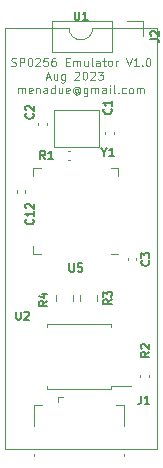
<source format=gbr>
G04 #@! TF.GenerationSoftware,KiCad,Pcbnew,5.1.5+dfsg1-2build2*
G04 #@! TF.CreationDate,2023-08-25T20:20:15+01:00*
G04 #@! TF.ProjectId,pico-sp0256,7069636f-2d73-4703-9032-35362e6b6963,rev?*
G04 #@! TF.SameCoordinates,Original*
G04 #@! TF.FileFunction,Legend,Top*
G04 #@! TF.FilePolarity,Positive*
%FSLAX46Y46*%
G04 Gerber Fmt 4.6, Leading zero omitted, Abs format (unit mm)*
G04 Created by KiCad (PCBNEW 5.1.5+dfsg1-2build2) date 2023-08-25 20:20:15*
%MOMM*%
%LPD*%
G04 APERTURE LIST*
%ADD10C,0.100000*%
%ADD11C,0.120000*%
%ADD12C,0.150000*%
G04 APERTURE END LIST*
D10*
X75904666Y-71396333D02*
X76004666Y-71429666D01*
X76171333Y-71429666D01*
X76238000Y-71396333D01*
X76271333Y-71363000D01*
X76304666Y-71296333D01*
X76304666Y-71229666D01*
X76271333Y-71163000D01*
X76238000Y-71129666D01*
X76171333Y-71096333D01*
X76038000Y-71063000D01*
X75971333Y-71029666D01*
X75938000Y-70996333D01*
X75904666Y-70929666D01*
X75904666Y-70863000D01*
X75938000Y-70796333D01*
X75971333Y-70763000D01*
X76038000Y-70729666D01*
X76204666Y-70729666D01*
X76304666Y-70763000D01*
X76604666Y-71429666D02*
X76604666Y-70729666D01*
X76871333Y-70729666D01*
X76938000Y-70763000D01*
X76971333Y-70796333D01*
X77004666Y-70863000D01*
X77004666Y-70963000D01*
X76971333Y-71029666D01*
X76938000Y-71063000D01*
X76871333Y-71096333D01*
X76604666Y-71096333D01*
X77438000Y-70729666D02*
X77504666Y-70729666D01*
X77571333Y-70763000D01*
X77604666Y-70796333D01*
X77638000Y-70863000D01*
X77671333Y-70996333D01*
X77671333Y-71163000D01*
X77638000Y-71296333D01*
X77604666Y-71363000D01*
X77571333Y-71396333D01*
X77504666Y-71429666D01*
X77438000Y-71429666D01*
X77371333Y-71396333D01*
X77338000Y-71363000D01*
X77304666Y-71296333D01*
X77271333Y-71163000D01*
X77271333Y-70996333D01*
X77304666Y-70863000D01*
X77338000Y-70796333D01*
X77371333Y-70763000D01*
X77438000Y-70729666D01*
X77938000Y-70796333D02*
X77971333Y-70763000D01*
X78038000Y-70729666D01*
X78204666Y-70729666D01*
X78271333Y-70763000D01*
X78304666Y-70796333D01*
X78338000Y-70863000D01*
X78338000Y-70929666D01*
X78304666Y-71029666D01*
X77904666Y-71429666D01*
X78338000Y-71429666D01*
X78971333Y-70729666D02*
X78638000Y-70729666D01*
X78604666Y-71063000D01*
X78638000Y-71029666D01*
X78704666Y-70996333D01*
X78871333Y-70996333D01*
X78938000Y-71029666D01*
X78971333Y-71063000D01*
X79004666Y-71129666D01*
X79004666Y-71296333D01*
X78971333Y-71363000D01*
X78938000Y-71396333D01*
X78871333Y-71429666D01*
X78704666Y-71429666D01*
X78638000Y-71396333D01*
X78604666Y-71363000D01*
X79604666Y-70729666D02*
X79471333Y-70729666D01*
X79404666Y-70763000D01*
X79371333Y-70796333D01*
X79304666Y-70896333D01*
X79271333Y-71029666D01*
X79271333Y-71296333D01*
X79304666Y-71363000D01*
X79338000Y-71396333D01*
X79404666Y-71429666D01*
X79538000Y-71429666D01*
X79604666Y-71396333D01*
X79638000Y-71363000D01*
X79671333Y-71296333D01*
X79671333Y-71129666D01*
X79638000Y-71063000D01*
X79604666Y-71029666D01*
X79538000Y-70996333D01*
X79404666Y-70996333D01*
X79338000Y-71029666D01*
X79304666Y-71063000D01*
X79271333Y-71129666D01*
X80504666Y-71063000D02*
X80738000Y-71063000D01*
X80838000Y-71429666D02*
X80504666Y-71429666D01*
X80504666Y-70729666D01*
X80838000Y-70729666D01*
X81138000Y-71429666D02*
X81138000Y-70963000D01*
X81138000Y-71029666D02*
X81171333Y-70996333D01*
X81238000Y-70963000D01*
X81338000Y-70963000D01*
X81404666Y-70996333D01*
X81438000Y-71063000D01*
X81438000Y-71429666D01*
X81438000Y-71063000D02*
X81471333Y-70996333D01*
X81538000Y-70963000D01*
X81638000Y-70963000D01*
X81704666Y-70996333D01*
X81738000Y-71063000D01*
X81738000Y-71429666D01*
X82371333Y-70963000D02*
X82371333Y-71429666D01*
X82071333Y-70963000D02*
X82071333Y-71329666D01*
X82104666Y-71396333D01*
X82171333Y-71429666D01*
X82271333Y-71429666D01*
X82338000Y-71396333D01*
X82371333Y-71363000D01*
X82804666Y-71429666D02*
X82738000Y-71396333D01*
X82704666Y-71329666D01*
X82704666Y-70729666D01*
X83371333Y-71429666D02*
X83371333Y-71063000D01*
X83338000Y-70996333D01*
X83271333Y-70963000D01*
X83138000Y-70963000D01*
X83071333Y-70996333D01*
X83371333Y-71396333D02*
X83304666Y-71429666D01*
X83138000Y-71429666D01*
X83071333Y-71396333D01*
X83038000Y-71329666D01*
X83038000Y-71263000D01*
X83071333Y-71196333D01*
X83138000Y-71163000D01*
X83304666Y-71163000D01*
X83371333Y-71129666D01*
X83604666Y-70963000D02*
X83871333Y-70963000D01*
X83704666Y-70729666D02*
X83704666Y-71329666D01*
X83738000Y-71396333D01*
X83804666Y-71429666D01*
X83871333Y-71429666D01*
X84204666Y-71429666D02*
X84138000Y-71396333D01*
X84104666Y-71363000D01*
X84071333Y-71296333D01*
X84071333Y-71096333D01*
X84104666Y-71029666D01*
X84138000Y-70996333D01*
X84204666Y-70963000D01*
X84304666Y-70963000D01*
X84371333Y-70996333D01*
X84404666Y-71029666D01*
X84438000Y-71096333D01*
X84438000Y-71296333D01*
X84404666Y-71363000D01*
X84371333Y-71396333D01*
X84304666Y-71429666D01*
X84204666Y-71429666D01*
X84738000Y-71429666D02*
X84738000Y-70963000D01*
X84738000Y-71096333D02*
X84771333Y-71029666D01*
X84804666Y-70996333D01*
X84871333Y-70963000D01*
X84938000Y-70963000D01*
X85604666Y-70729666D02*
X85838000Y-71429666D01*
X86071333Y-70729666D01*
X86671333Y-71429666D02*
X86271333Y-71429666D01*
X86471333Y-71429666D02*
X86471333Y-70729666D01*
X86404666Y-70829666D01*
X86338000Y-70896333D01*
X86271333Y-70929666D01*
X86971333Y-71363000D02*
X87004666Y-71396333D01*
X86971333Y-71429666D01*
X86938000Y-71396333D01*
X86971333Y-71363000D01*
X86971333Y-71429666D01*
X87438000Y-70729666D02*
X87504666Y-70729666D01*
X87571333Y-70763000D01*
X87604666Y-70796333D01*
X87638000Y-70863000D01*
X87671333Y-70996333D01*
X87671333Y-71163000D01*
X87638000Y-71296333D01*
X87604666Y-71363000D01*
X87571333Y-71396333D01*
X87504666Y-71429666D01*
X87438000Y-71429666D01*
X87371333Y-71396333D01*
X87338000Y-71363000D01*
X87304666Y-71296333D01*
X87271333Y-71163000D01*
X87271333Y-70996333D01*
X87304666Y-70863000D01*
X87338000Y-70796333D01*
X87371333Y-70763000D01*
X87438000Y-70729666D01*
X78854666Y-72379666D02*
X79188000Y-72379666D01*
X78788000Y-72579666D02*
X79021333Y-71879666D01*
X79254666Y-72579666D01*
X79788000Y-72113000D02*
X79788000Y-72579666D01*
X79488000Y-72113000D02*
X79488000Y-72479666D01*
X79521333Y-72546333D01*
X79588000Y-72579666D01*
X79688000Y-72579666D01*
X79754666Y-72546333D01*
X79788000Y-72513000D01*
X80421333Y-72113000D02*
X80421333Y-72679666D01*
X80388000Y-72746333D01*
X80354666Y-72779666D01*
X80288000Y-72813000D01*
X80188000Y-72813000D01*
X80121333Y-72779666D01*
X80421333Y-72546333D02*
X80354666Y-72579666D01*
X80221333Y-72579666D01*
X80154666Y-72546333D01*
X80121333Y-72513000D01*
X80088000Y-72446333D01*
X80088000Y-72246333D01*
X80121333Y-72179666D01*
X80154666Y-72146333D01*
X80221333Y-72113000D01*
X80354666Y-72113000D01*
X80421333Y-72146333D01*
X81254666Y-71946333D02*
X81288000Y-71913000D01*
X81354666Y-71879666D01*
X81521333Y-71879666D01*
X81588000Y-71913000D01*
X81621333Y-71946333D01*
X81654666Y-72013000D01*
X81654666Y-72079666D01*
X81621333Y-72179666D01*
X81221333Y-72579666D01*
X81654666Y-72579666D01*
X82088000Y-71879666D02*
X82154666Y-71879666D01*
X82221333Y-71913000D01*
X82254666Y-71946333D01*
X82288000Y-72013000D01*
X82321333Y-72146333D01*
X82321333Y-72313000D01*
X82288000Y-72446333D01*
X82254666Y-72513000D01*
X82221333Y-72546333D01*
X82154666Y-72579666D01*
X82088000Y-72579666D01*
X82021333Y-72546333D01*
X81988000Y-72513000D01*
X81954666Y-72446333D01*
X81921333Y-72313000D01*
X81921333Y-72146333D01*
X81954666Y-72013000D01*
X81988000Y-71946333D01*
X82021333Y-71913000D01*
X82088000Y-71879666D01*
X82588000Y-71946333D02*
X82621333Y-71913000D01*
X82688000Y-71879666D01*
X82854666Y-71879666D01*
X82921333Y-71913000D01*
X82954666Y-71946333D01*
X82988000Y-72013000D01*
X82988000Y-72079666D01*
X82954666Y-72179666D01*
X82554666Y-72579666D01*
X82988000Y-72579666D01*
X83221333Y-71879666D02*
X83654666Y-71879666D01*
X83421333Y-72146333D01*
X83521333Y-72146333D01*
X83588000Y-72179666D01*
X83621333Y-72213000D01*
X83654666Y-72279666D01*
X83654666Y-72446333D01*
X83621333Y-72513000D01*
X83588000Y-72546333D01*
X83521333Y-72579666D01*
X83321333Y-72579666D01*
X83254666Y-72546333D01*
X83221333Y-72513000D01*
X76471333Y-73729666D02*
X76471333Y-73263000D01*
X76471333Y-73329666D02*
X76504666Y-73296333D01*
X76571333Y-73263000D01*
X76671333Y-73263000D01*
X76738000Y-73296333D01*
X76771333Y-73363000D01*
X76771333Y-73729666D01*
X76771333Y-73363000D02*
X76804666Y-73296333D01*
X76871333Y-73263000D01*
X76971333Y-73263000D01*
X77038000Y-73296333D01*
X77071333Y-73363000D01*
X77071333Y-73729666D01*
X77671333Y-73696333D02*
X77604666Y-73729666D01*
X77471333Y-73729666D01*
X77404666Y-73696333D01*
X77371333Y-73629666D01*
X77371333Y-73363000D01*
X77404666Y-73296333D01*
X77471333Y-73263000D01*
X77604666Y-73263000D01*
X77671333Y-73296333D01*
X77704666Y-73363000D01*
X77704666Y-73429666D01*
X77371333Y-73496333D01*
X78004666Y-73263000D02*
X78004666Y-73729666D01*
X78004666Y-73329666D02*
X78038000Y-73296333D01*
X78104666Y-73263000D01*
X78204666Y-73263000D01*
X78271333Y-73296333D01*
X78304666Y-73363000D01*
X78304666Y-73729666D01*
X78938000Y-73729666D02*
X78938000Y-73363000D01*
X78904666Y-73296333D01*
X78838000Y-73263000D01*
X78704666Y-73263000D01*
X78638000Y-73296333D01*
X78938000Y-73696333D02*
X78871333Y-73729666D01*
X78704666Y-73729666D01*
X78638000Y-73696333D01*
X78604666Y-73629666D01*
X78604666Y-73563000D01*
X78638000Y-73496333D01*
X78704666Y-73463000D01*
X78871333Y-73463000D01*
X78938000Y-73429666D01*
X79571333Y-73729666D02*
X79571333Y-73029666D01*
X79571333Y-73696333D02*
X79504666Y-73729666D01*
X79371333Y-73729666D01*
X79304666Y-73696333D01*
X79271333Y-73663000D01*
X79238000Y-73596333D01*
X79238000Y-73396333D01*
X79271333Y-73329666D01*
X79304666Y-73296333D01*
X79371333Y-73263000D01*
X79504666Y-73263000D01*
X79571333Y-73296333D01*
X80204666Y-73263000D02*
X80204666Y-73729666D01*
X79904666Y-73263000D02*
X79904666Y-73629666D01*
X79938000Y-73696333D01*
X80004666Y-73729666D01*
X80104666Y-73729666D01*
X80171333Y-73696333D01*
X80204666Y-73663000D01*
X80804666Y-73696333D02*
X80738000Y-73729666D01*
X80604666Y-73729666D01*
X80538000Y-73696333D01*
X80504666Y-73629666D01*
X80504666Y-73363000D01*
X80538000Y-73296333D01*
X80604666Y-73263000D01*
X80738000Y-73263000D01*
X80804666Y-73296333D01*
X80838000Y-73363000D01*
X80838000Y-73429666D01*
X80504666Y-73496333D01*
X81571333Y-73396333D02*
X81538000Y-73363000D01*
X81471333Y-73329666D01*
X81404666Y-73329666D01*
X81338000Y-73363000D01*
X81304666Y-73396333D01*
X81271333Y-73463000D01*
X81271333Y-73529666D01*
X81304666Y-73596333D01*
X81338000Y-73629666D01*
X81404666Y-73663000D01*
X81471333Y-73663000D01*
X81538000Y-73629666D01*
X81571333Y-73596333D01*
X81571333Y-73329666D02*
X81571333Y-73596333D01*
X81604666Y-73629666D01*
X81638000Y-73629666D01*
X81704666Y-73596333D01*
X81738000Y-73529666D01*
X81738000Y-73363000D01*
X81671333Y-73263000D01*
X81571333Y-73196333D01*
X81438000Y-73163000D01*
X81304666Y-73196333D01*
X81204666Y-73263000D01*
X81138000Y-73363000D01*
X81104666Y-73496333D01*
X81138000Y-73629666D01*
X81204666Y-73729666D01*
X81304666Y-73796333D01*
X81438000Y-73829666D01*
X81571333Y-73796333D01*
X81671333Y-73729666D01*
X82338000Y-73263000D02*
X82338000Y-73829666D01*
X82304666Y-73896333D01*
X82271333Y-73929666D01*
X82204666Y-73963000D01*
X82104666Y-73963000D01*
X82038000Y-73929666D01*
X82338000Y-73696333D02*
X82271333Y-73729666D01*
X82138000Y-73729666D01*
X82071333Y-73696333D01*
X82038000Y-73663000D01*
X82004666Y-73596333D01*
X82004666Y-73396333D01*
X82038000Y-73329666D01*
X82071333Y-73296333D01*
X82138000Y-73263000D01*
X82271333Y-73263000D01*
X82338000Y-73296333D01*
X82671333Y-73729666D02*
X82671333Y-73263000D01*
X82671333Y-73329666D02*
X82704666Y-73296333D01*
X82771333Y-73263000D01*
X82871333Y-73263000D01*
X82938000Y-73296333D01*
X82971333Y-73363000D01*
X82971333Y-73729666D01*
X82971333Y-73363000D02*
X83004666Y-73296333D01*
X83071333Y-73263000D01*
X83171333Y-73263000D01*
X83238000Y-73296333D01*
X83271333Y-73363000D01*
X83271333Y-73729666D01*
X83904666Y-73729666D02*
X83904666Y-73363000D01*
X83871333Y-73296333D01*
X83804666Y-73263000D01*
X83671333Y-73263000D01*
X83604666Y-73296333D01*
X83904666Y-73696333D02*
X83838000Y-73729666D01*
X83671333Y-73729666D01*
X83604666Y-73696333D01*
X83571333Y-73629666D01*
X83571333Y-73563000D01*
X83604666Y-73496333D01*
X83671333Y-73463000D01*
X83838000Y-73463000D01*
X83904666Y-73429666D01*
X84238000Y-73729666D02*
X84238000Y-73263000D01*
X84238000Y-73029666D02*
X84204666Y-73063000D01*
X84238000Y-73096333D01*
X84271333Y-73063000D01*
X84238000Y-73029666D01*
X84238000Y-73096333D01*
X84671333Y-73729666D02*
X84604666Y-73696333D01*
X84571333Y-73629666D01*
X84571333Y-73029666D01*
X84938000Y-73663000D02*
X84971333Y-73696333D01*
X84938000Y-73729666D01*
X84904666Y-73696333D01*
X84938000Y-73663000D01*
X84938000Y-73729666D01*
X85571333Y-73696333D02*
X85504666Y-73729666D01*
X85371333Y-73729666D01*
X85304666Y-73696333D01*
X85271333Y-73663000D01*
X85238000Y-73596333D01*
X85238000Y-73396333D01*
X85271333Y-73329666D01*
X85304666Y-73296333D01*
X85371333Y-73263000D01*
X85504666Y-73263000D01*
X85571333Y-73296333D01*
X85971333Y-73729666D02*
X85904666Y-73696333D01*
X85871333Y-73663000D01*
X85838000Y-73596333D01*
X85838000Y-73396333D01*
X85871333Y-73329666D01*
X85904666Y-73296333D01*
X85971333Y-73263000D01*
X86071333Y-73263000D01*
X86138000Y-73296333D01*
X86171333Y-73329666D01*
X86204666Y-73396333D01*
X86204666Y-73596333D01*
X86171333Y-73663000D01*
X86138000Y-73696333D01*
X86071333Y-73729666D01*
X85971333Y-73729666D01*
X86504666Y-73729666D02*
X86504666Y-73263000D01*
X86504666Y-73329666D02*
X86538000Y-73296333D01*
X86604666Y-73263000D01*
X86704666Y-73263000D01*
X86771333Y-73296333D01*
X86804666Y-73363000D01*
X86804666Y-73729666D01*
X86804666Y-73363000D02*
X86838000Y-73296333D01*
X86904666Y-73263000D01*
X87004666Y-73263000D01*
X87071333Y-73296333D01*
X87104666Y-73363000D01*
X87104666Y-73729666D01*
D11*
X79656000Y-90831936D02*
X79656000Y-91286064D01*
X81126000Y-90831936D02*
X81126000Y-91286064D01*
X81688000Y-90831936D02*
X81688000Y-91286064D01*
X83158000Y-90831936D02*
X83158000Y-91286064D01*
X83344500Y-75163000D02*
X83334500Y-78313000D01*
X79514500Y-75143000D02*
X83344500Y-75143000D01*
X79514500Y-78313000D02*
X79514500Y-75143000D01*
X83334500Y-78313000D02*
X79514500Y-78313000D01*
X88243501Y-68190001D02*
X82783501Y-68190001D01*
X88243501Y-103870001D02*
X88243501Y-68190001D01*
X75323501Y-103870001D02*
X88243501Y-103870001D01*
X75323501Y-68190001D02*
X75323501Y-103870001D01*
X80783501Y-68190001D02*
X75323501Y-68190001D01*
X82783501Y-68190001D02*
G75*
G02X80783501Y-68190001I-1000000J0D01*
G01*
X78383500Y-87303000D02*
X77733500Y-87303000D01*
X77733500Y-87303000D02*
X77733500Y-86653000D01*
X84303500Y-80083000D02*
X84953500Y-80083000D01*
X84953500Y-80083000D02*
X84953500Y-80733000D01*
X78383500Y-80083000D02*
X77733500Y-80083000D01*
X77733500Y-80083000D02*
X77733500Y-80733000D01*
X84303500Y-87303000D02*
X84953500Y-87303000D01*
X84322500Y-98477000D02*
X85997500Y-98477000D01*
X84322500Y-98737000D02*
X84322500Y-98477000D01*
X81597500Y-98737000D02*
X84322500Y-98737000D01*
X78872500Y-98737000D02*
X78872500Y-98477000D01*
X81597500Y-98737000D02*
X78872500Y-98737000D01*
X84322500Y-93287000D02*
X84322500Y-93547000D01*
X81597500Y-93287000D02*
X84322500Y-93287000D01*
X78872500Y-93287000D02*
X78872500Y-93547000D01*
X81597500Y-93287000D02*
X78872500Y-93287000D01*
X86825500Y-97555164D02*
X86825500Y-97770836D01*
X87545500Y-97555164D02*
X87545500Y-97770836D01*
X80879836Y-78634000D02*
X80664164Y-78634000D01*
X80879836Y-79354000D02*
X80664164Y-79354000D01*
X87055000Y-67567500D02*
X87055000Y-68897500D01*
X85725000Y-67567500D02*
X87055000Y-67567500D01*
X84455000Y-67567500D02*
X84455000Y-70227500D01*
X84455000Y-70227500D02*
X79315000Y-70227500D01*
X84455000Y-67567500D02*
X79315000Y-67567500D01*
X79315000Y-67567500D02*
X79315000Y-70227500D01*
X79837500Y-99444000D02*
X79837500Y-99834000D01*
X79837500Y-99444000D02*
X80287500Y-99444000D01*
X85407500Y-100144000D02*
X84757500Y-100144000D01*
X85407500Y-101874000D02*
X85407500Y-100144000D01*
X77787500Y-104444000D02*
X77787500Y-104234000D01*
X85407500Y-104444000D02*
X85407500Y-104234000D01*
X77787500Y-101874000D02*
X77787500Y-100144000D01*
X77787500Y-100144000D02*
X78447500Y-100144000D01*
X77068000Y-82149836D02*
X77068000Y-81934164D01*
X76348000Y-82149836D02*
X76348000Y-81934164D01*
X85746000Y-87649164D02*
X85746000Y-87864836D01*
X86466000Y-87649164D02*
X86466000Y-87864836D01*
X78189500Y-76219164D02*
X78189500Y-76434836D01*
X78909500Y-76219164D02*
X78909500Y-76434836D01*
X84561000Y-77196836D02*
X84561000Y-76981164D01*
X83841000Y-77196836D02*
X83841000Y-76981164D01*
D12*
X78929666Y-91302666D02*
X78596333Y-91536000D01*
X78929666Y-91702666D02*
X78229666Y-91702666D01*
X78229666Y-91436000D01*
X78263000Y-91369333D01*
X78296333Y-91336000D01*
X78363000Y-91302666D01*
X78463000Y-91302666D01*
X78529666Y-91336000D01*
X78563000Y-91369333D01*
X78596333Y-91436000D01*
X78596333Y-91702666D01*
X78463000Y-90702666D02*
X78929666Y-90702666D01*
X78196333Y-90869333D02*
X78696333Y-91036000D01*
X78696333Y-90602666D01*
X84389666Y-91175666D02*
X84056333Y-91409000D01*
X84389666Y-91575666D02*
X83689666Y-91575666D01*
X83689666Y-91309000D01*
X83723000Y-91242333D01*
X83756333Y-91209000D01*
X83823000Y-91175666D01*
X83923000Y-91175666D01*
X83989666Y-91209000D01*
X84023000Y-91242333D01*
X84056333Y-91309000D01*
X84056333Y-91575666D01*
X83689666Y-90942333D02*
X83689666Y-90509000D01*
X83956333Y-90742333D01*
X83956333Y-90642333D01*
X83989666Y-90575666D01*
X84023000Y-90542333D01*
X84089666Y-90509000D01*
X84256333Y-90509000D01*
X84323000Y-90542333D01*
X84356333Y-90575666D01*
X84389666Y-90642333D01*
X84389666Y-90842333D01*
X84356333Y-90909000D01*
X84323000Y-90942333D01*
X83740666Y-78723333D02*
X83740666Y-79056666D01*
X83507333Y-78356666D02*
X83740666Y-78723333D01*
X83974000Y-78356666D01*
X84574000Y-79056666D02*
X84174000Y-79056666D01*
X84374000Y-79056666D02*
X84374000Y-78356666D01*
X84307333Y-78456666D01*
X84240666Y-78523333D01*
X84174000Y-78556666D01*
X81250167Y-66806667D02*
X81250167Y-67373334D01*
X81283501Y-67440001D01*
X81316834Y-67473334D01*
X81383501Y-67506667D01*
X81516834Y-67506667D01*
X81583501Y-67473334D01*
X81616834Y-67440001D01*
X81650167Y-67373334D01*
X81650167Y-66806667D01*
X82350167Y-67506667D02*
X81950167Y-67506667D01*
X82150167Y-67506667D02*
X82150167Y-66806667D01*
X82083501Y-66906667D01*
X82016834Y-66973334D01*
X81950167Y-67006667D01*
X80810166Y-88129666D02*
X80810166Y-88696333D01*
X80843500Y-88763000D01*
X80876833Y-88796333D01*
X80943500Y-88829666D01*
X81076833Y-88829666D01*
X81143500Y-88796333D01*
X81176833Y-88763000D01*
X81210166Y-88696333D01*
X81210166Y-88129666D01*
X81876833Y-88129666D02*
X81543500Y-88129666D01*
X81510166Y-88463000D01*
X81543500Y-88429666D01*
X81610166Y-88396333D01*
X81776833Y-88396333D01*
X81843500Y-88429666D01*
X81876833Y-88463000D01*
X81910166Y-88529666D01*
X81910166Y-88696333D01*
X81876833Y-88763000D01*
X81843500Y-88796333D01*
X81776833Y-88829666D01*
X81610166Y-88829666D01*
X81543500Y-88796333D01*
X81510166Y-88763000D01*
X76301666Y-92199666D02*
X76301666Y-92766333D01*
X76335000Y-92833000D01*
X76368333Y-92866333D01*
X76435000Y-92899666D01*
X76568333Y-92899666D01*
X76635000Y-92866333D01*
X76668333Y-92833000D01*
X76701666Y-92766333D01*
X76701666Y-92199666D01*
X77001666Y-92266333D02*
X77035000Y-92233000D01*
X77101666Y-92199666D01*
X77268333Y-92199666D01*
X77335000Y-92233000D01*
X77368333Y-92266333D01*
X77401666Y-92333000D01*
X77401666Y-92399666D01*
X77368333Y-92499666D01*
X76968333Y-92899666D01*
X77401666Y-92899666D01*
X87565666Y-95620666D02*
X87232333Y-95854000D01*
X87565666Y-96020666D02*
X86865666Y-96020666D01*
X86865666Y-95754000D01*
X86899000Y-95687333D01*
X86932333Y-95654000D01*
X86999000Y-95620666D01*
X87099000Y-95620666D01*
X87165666Y-95654000D01*
X87199000Y-95687333D01*
X87232333Y-95754000D01*
X87232333Y-96020666D01*
X86932333Y-95354000D02*
X86899000Y-95320666D01*
X86865666Y-95254000D01*
X86865666Y-95087333D01*
X86899000Y-95020666D01*
X86932333Y-94987333D01*
X86999000Y-94954000D01*
X87065666Y-94954000D01*
X87165666Y-94987333D01*
X87565666Y-95387333D01*
X87565666Y-94954000D01*
X78750333Y-79310666D02*
X78517000Y-78977333D01*
X78350333Y-79310666D02*
X78350333Y-78610666D01*
X78617000Y-78610666D01*
X78683666Y-78644000D01*
X78717000Y-78677333D01*
X78750333Y-78744000D01*
X78750333Y-78844000D01*
X78717000Y-78910666D01*
X78683666Y-78944000D01*
X78617000Y-78977333D01*
X78350333Y-78977333D01*
X79417000Y-79310666D02*
X79017000Y-79310666D01*
X79217000Y-79310666D02*
X79217000Y-78610666D01*
X79150333Y-78710666D01*
X79083666Y-78777333D01*
X79017000Y-78810666D01*
X87671666Y-69130833D02*
X88171666Y-69130833D01*
X88271666Y-69164166D01*
X88338333Y-69230833D01*
X88371666Y-69330833D01*
X88371666Y-69397500D01*
X87738333Y-68830833D02*
X87705000Y-68797500D01*
X87671666Y-68730833D01*
X87671666Y-68564166D01*
X87705000Y-68497500D01*
X87738333Y-68464166D01*
X87805000Y-68430833D01*
X87871666Y-68430833D01*
X87971666Y-68464166D01*
X88371666Y-68864166D01*
X88371666Y-68430833D01*
X86888666Y-99311666D02*
X86888666Y-99811666D01*
X86855333Y-99911666D01*
X86788666Y-99978333D01*
X86688666Y-100011666D01*
X86622000Y-100011666D01*
X87588666Y-100011666D02*
X87188666Y-100011666D01*
X87388666Y-100011666D02*
X87388666Y-99311666D01*
X87322000Y-99411666D01*
X87255333Y-99478333D01*
X87188666Y-99511666D01*
X77720000Y-84397000D02*
X77753333Y-84430333D01*
X77786666Y-84530333D01*
X77786666Y-84597000D01*
X77753333Y-84697000D01*
X77686666Y-84763666D01*
X77620000Y-84797000D01*
X77486666Y-84830333D01*
X77386666Y-84830333D01*
X77253333Y-84797000D01*
X77186666Y-84763666D01*
X77120000Y-84697000D01*
X77086666Y-84597000D01*
X77086666Y-84530333D01*
X77120000Y-84430333D01*
X77153333Y-84397000D01*
X77786666Y-83730333D02*
X77786666Y-84130333D01*
X77786666Y-83930333D02*
X77086666Y-83930333D01*
X77186666Y-83997000D01*
X77253333Y-84063666D01*
X77286666Y-84130333D01*
X77153333Y-83463666D02*
X77120000Y-83430333D01*
X77086666Y-83363666D01*
X77086666Y-83197000D01*
X77120000Y-83130333D01*
X77153333Y-83097000D01*
X77220000Y-83063666D01*
X77286666Y-83063666D01*
X77386666Y-83097000D01*
X77786666Y-83497000D01*
X77786666Y-83063666D01*
X87516000Y-87873666D02*
X87549333Y-87907000D01*
X87582666Y-88007000D01*
X87582666Y-88073666D01*
X87549333Y-88173666D01*
X87482666Y-88240333D01*
X87416000Y-88273666D01*
X87282666Y-88307000D01*
X87182666Y-88307000D01*
X87049333Y-88273666D01*
X86982666Y-88240333D01*
X86916000Y-88173666D01*
X86882666Y-88073666D01*
X86882666Y-88007000D01*
X86916000Y-87907000D01*
X86949333Y-87873666D01*
X86882666Y-87640333D02*
X86882666Y-87207000D01*
X87149333Y-87440333D01*
X87149333Y-87340333D01*
X87182666Y-87273666D01*
X87216000Y-87240333D01*
X87282666Y-87207000D01*
X87449333Y-87207000D01*
X87516000Y-87240333D01*
X87549333Y-87273666D01*
X87582666Y-87340333D01*
X87582666Y-87540333D01*
X87549333Y-87607000D01*
X87516000Y-87640333D01*
X77720000Y-75427666D02*
X77753333Y-75461000D01*
X77786666Y-75561000D01*
X77786666Y-75627666D01*
X77753333Y-75727666D01*
X77686666Y-75794333D01*
X77620000Y-75827666D01*
X77486666Y-75861000D01*
X77386666Y-75861000D01*
X77253333Y-75827666D01*
X77186666Y-75794333D01*
X77120000Y-75727666D01*
X77086666Y-75627666D01*
X77086666Y-75561000D01*
X77120000Y-75461000D01*
X77153333Y-75427666D01*
X77153333Y-75161000D02*
X77120000Y-75127666D01*
X77086666Y-75061000D01*
X77086666Y-74894333D01*
X77120000Y-74827666D01*
X77153333Y-74794333D01*
X77220000Y-74761000D01*
X77286666Y-74761000D01*
X77386666Y-74794333D01*
X77786666Y-75194333D01*
X77786666Y-74761000D01*
X84324000Y-75046666D02*
X84357333Y-75080000D01*
X84390666Y-75180000D01*
X84390666Y-75246666D01*
X84357333Y-75346666D01*
X84290666Y-75413333D01*
X84224000Y-75446666D01*
X84090666Y-75480000D01*
X83990666Y-75480000D01*
X83857333Y-75446666D01*
X83790666Y-75413333D01*
X83724000Y-75346666D01*
X83690666Y-75246666D01*
X83690666Y-75180000D01*
X83724000Y-75080000D01*
X83757333Y-75046666D01*
X84390666Y-74380000D02*
X84390666Y-74780000D01*
X84390666Y-74580000D02*
X83690666Y-74580000D01*
X83790666Y-74646666D01*
X83857333Y-74713333D01*
X83890666Y-74780000D01*
M02*

</source>
